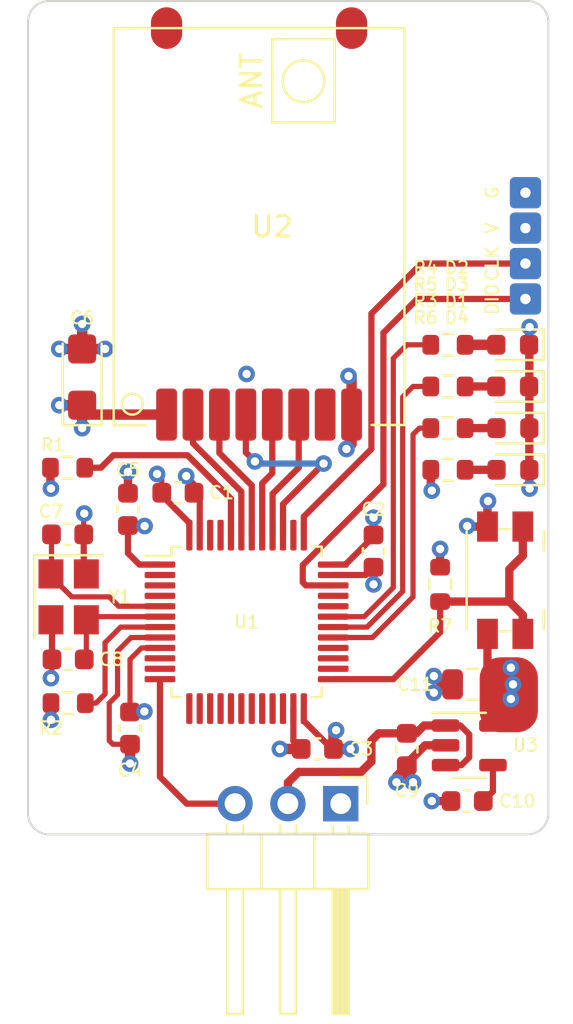
<source format=kicad_pcb>
(kicad_pcb (version 20211014) (generator pcbnew)
  (layers (0 "F.Cu" signal) (1 "In1.Cu" power "GND") (2 "In2.Cu" power "3.3V") (31 "B.Cu" signal) (34 "B.Paste" user) (35 "F.Paste" user) (36 "B.SilkS" user "B.Silkscreen") (37 "F.SilkS" user "F.Silkscreen") (38 "B.Mask" user) (39 "F.Mask" user) (44 "Edge.Cuts" user))
  (net 0 "")
  (net 1 "+3V3")
  (net 2 "GND")
  (net 3 "VCC")
  (net 4 "Net-(R3-Pad2)")
  (net 5 "Net-(D2-Pad2)")
  (net 6 "Net-(R5-Pad2)")
  (net 7 "Net-(R6-Pad2)")
  (net 8 "/UART1_TX")
  (net 9 "/SWCLK")
  (net 10 "/SWDIO")
  (net 11 "/LD_PPM")
  (net 12 "/LD_SBUS")
  (net 13 "/LD_IBUS")
  (net 14 "/BTN")
  (net 20 "/SPI1_CE")
  (net 21 "/SPI1_CSN")
  (net 22 "/SPI1_SCK")
  (net 23 "/SPI1_MISO")
  (net 24 "/SPI1_MOSI")
  (net 33 "/UART1_RX")
  (net 40 "/HSE_IN")
  (net 41 "/HSE_OUT")
  (net 42 "/BP")
  (net 43 "/BOOT")
  (net 44 "/NRST")
  (footprint "myCustomLibs:ConPadx04-1.5mm" (layer "F.Cu") (at 136.4 85.25 -90)
    (fp_text reference "J2" hide)
    (fp_text value "ST-Link")
    (pad "1" thru_hole roundrect (at -2.55 0 270) (size 1.5 1.5) (drill 0.5) (layers *.Cu *.Mask) (roundrect_rratio 0.15) (net 2 "GND"))
    (pad "2" thru_hole roundrect (at -0.85 0 270) (size 1.5 1.5) (drill 0.5) (layers *.Cu *.Mask) (roundrect_rratio 0.15) (net 1 "+3V3"))
    (pad "3" thru_hole roundrect (at 0.85 0 270) (size 1.5 1.5) (drill 0.5) (layers *.Cu *.Mask) (roundrect_rratio 0.15) (net 9 "/SWCLK"))
    (pad "4" thru_hole roundrect (at 2.55 0 270) (size 1.5 1.5) (drill 0.5) (layers *.Cu *.Mask) (roundrect_rratio 0.15) (net 10 "/SWDIO"))
  )
  (footprint "Capacitor_SMD:C_0603_1608Metric" (layer "F.Cu") (at 126.4 109.4 180)
    (fp_text reference "C3" (at -2.1 0) (layer "F.SilkS") (effects (font (size 0.6 0.6) (thickness 0.1))))
    (fp_text value "100nF")
    (fp_line (start -0.14058 -0.51) (end 0.14058 -0.51) (layer "F.SilkS") (width 0.12))
    (fp_line (start -0.14058 0.51) (end 0.14058 0.51) (layer "F.SilkS") (width 0.12))
    (pad "1" smd roundrect locked (at -0.775 0 180) (size 0.9 0.95) (layers "F.Cu" "F.Paste" "F.Mask") (net 1 "+3V3"))
    (pad "2" smd roundrect locked (at 0.775 0 180) (size 0.9 0.95) (layers "F.Cu" "F.Paste" "F.Mask") (net 2 "GND"))
  )
  (footprint "Capacitor_SMD:C_0603_1608Metric" (layer "F.Cu") (at 129.1 99.9 -90)
    (fp_text reference "C2" (at -2 0 180) (layer "F.SilkS") (effects (font (size 0.6 0.6) (thickness 0.1))))
    (fp_text value "100nF")
    (fp_line (start -0.14058 -0.51) (end 0.14058 -0.51) (layer "F.SilkS") (width 0.12))
    (fp_line (start -0.14058 0.51) (end 0.14058 0.51) (layer "F.SilkS") (width 0.12))
    (pad "1" smd roundrect locked (at -0.775 0 270) (size 0.9 0.95) (layers "F.Cu" "F.Paste" "F.Mask") (net 1 "+3V3"))
    (pad "2" smd roundrect locked (at 0.775 0 270) (size 0.9 0.95) (layers "F.Cu" "F.Paste" "F.Mask") (net 2 "GND"))
  )
  (footprint "Resistor_SMD:R_0603_1608Metric" (layer "F.Cu") (at 132.3 101.5 -90)
    (fp_text reference "R7" (at 2 0 180) (layer "F.SilkS") (effects (font (size 0.6 0.6) (thickness 0.1))))
    (fp_text value "10k")
    (fp_line (start -0.237258 -0.5225) (end 0.237258 -0.5225) (layer "F.SilkS") (width 0.12))
    (fp_line (start -0.237258 0.5225) (end 0.237258 0.5225) (layer "F.SilkS") (width 0.12))
    (pad "1" smd roundrect locked (at -0.825 0 270) (size 0.8 0.95) (layers "F.Cu" "F.Paste" "F.Mask") (net 2 "GND"))
    (pad "2" smd roundrect locked (at 0.825 0 270) (size 0.8 0.95) (layers "F.Cu" "F.Paste" "F.Mask") (net 14 "/BTN"))
  )
  (footprint "myCustomLibs:AS01-SPI" (layer "F.Cu") (at 124.235 84.325 90)
    (fp_text reference "U2" (at 0 0 unlocked) (layer "F.SilkS"))
    (fp_text value "AS01-SPI")
    (fp_text user "ANT" (at 7 -1 90 unlocked) (layer "F.SilkS"))
    (fp_line (start -9.525 6.35) (end -9.525 4.77) (layer "F.SilkS") (width 0.12))
    (fp_line (start -9.525 -6.04) (end -9.525 -7.62) (layer "F.SilkS") (width 0.12))
    (fp_line (start 9.525 6.35) (end -9.525 6.35) (layer "F.SilkS") (width 0.12))
    (fp_line (start -9.525 -7.62) (end 9.525 -7.62) (layer "F.SilkS") (width 0.12))
    (fp_line (start 9.525 -7.62) (end 9.525 6.35) (layer "F.SilkS") (width 0.12))
    (fp_rect (start 5 0) (end 9 3) (layer "F.SilkS") (width 0.12) (fill none))
    (fp_circle (center -8.525 -6.73) (end -8.525 -7.23) (layer "F.SilkS") (width 0.12) (fill none))
    (fp_circle (center 6.975 1.5) (end 6.975 2.5) (layer "F.SilkS") (width 0.12) (fill none))
    (pad "" smd oval (at 9.525 3.81 90) (size 2 1.5) (layers "F.Cu" "F.Paste" "F.Mask"))
    (pad "" smd oval (at 9.525 -5.08 90) (size 2 1.5) (layers "F.Cu" "F.Paste" "F.Mask"))
    (pad "1" smd roundrect (at -9.025 -5.08 90) (size 2.5 1) (layers "F.Cu" "F.Paste" "F.Mask") (roundrect_rratio 0.2) (net 1 "+3V3"))
    (pad "2" smd roundrect (at -9.025 -3.81 90) (size 2.5 1) (layers "F.Cu" "F.Paste" "F.Mask") (roundrect_rratio 0.2) (net 20 "/SPI1_CE"))
    (pad "3" smd roundrect (at -9.025 -2.54 90) (size 2.5 1) (layers "F.Cu" "F.Paste" "F.Mask") (roundrect_rratio 0.2) (net 21 "/SPI1_CSN"))
    (pad "4" smd roundrect (at -9.025 -1.27 90) (size 2.5 1) (layers "F.Cu" "F.Paste" "F.Mask") (roundrect_rratio 0.2) (net 22 "/SPI1_SCK"))
    (pad "5" smd roundrect (at -9.025 0 90) (size 2.5 1) (layers "F.Cu" "F.Paste" "F.Mask") (roundrect_rratio 0.2) (net 24 "/SPI1_MOSI"))
    (pad "6" smd roundrect (at -9.025 1.27 90) (size 2.5 1) (layers "F.Cu" "F.Paste" "F.Mask") (roundrect_rratio 0.2) (net 23 "/SPI1_MISO"))
    (pad "7" smd roundrect (at -9.025 2.54 90) (size 2.5 1) (layers "F.Cu" "F.Paste" "F.Mask") (roundrect_rratio 0.2))
    (pad "8" smd roundrect (at -9.025 3.81 90) (size 2.5 1) (layers "F.Cu" "F.Paste" "F.Mask") (roundrect_rratio 0.2) (net 2 "GND"))
  )
  (footprint "Crystal:Crystal_SMD_3225-4Pin_3.2x2.5mm" (layer "F.Cu") (at 114.45 102.1 -90)
    (fp_text reference "Y1" (at 0 -2.45 180) (layer "F.SilkS") (effects (font (size 0.6 0.6) (thickness 0.1))))
    (fp_text value "8MHz")
    (fp_line (start -2 1.65) (end 2 1.65) (layer "F.SilkS") (width 0.12))
    (fp_line (start -2 -1.65) (end -2 1.65) (layer "F.SilkS") (width 0.12))
    (pad "1" smd rect locked (at -1.1 0.85 270) (size 1.4 1.2) (layers "F.Cu" "F.Paste" "F.Mask") (net 40 "/HSE_IN"))
    (pad "2" smd rect locked (at 1.1 0.85 270) (size 1.4 1.2) (layers "F.Cu" "F.Paste" "F.Mask") (net 2 "GND"))
    (pad "3" smd rect locked (at 1.1 -0.85 270) (size 1.4 1.2) (layers "F.Cu" "F.Paste" "F.Mask") (net 41 "/HSE_OUT"))
    (pad "4" smd rect locked (at -1.1 -0.85 270) (size 1.4 1.2) (layers "F.Cu" "F.Paste" "F.Mask") (net 2 "GND"))
  )
  (footprint "Package_TO_SOT_SMD:SOT-23-5" (layer "F.Cu") (at 133.7 109.225)
    (fp_text reference "U3" (at 2.7 0 180) (layer "F.SilkS") (effects (font (size 0.6 0.6) (thickness 0.1))))
    (fp_text value "LP2985-3.3")
    (fp_line (start 0 1.56) (end -0.8 1.56) (layer "F.SilkS") (width 0.12))
    (fp_line (start 0 1.56) (end 0.8 1.56) (layer "F.SilkS") (width 0.12))
    (fp_line (start 0 -1.56) (end -1.8 -1.56) (layer "F.SilkS") (width 0.12))
    (fp_line (start 0 -1.56) (end 0.8 -1.56) (layer "F.SilkS") (width 0.12))
    (pad "1" smd roundrect locked (at -1.1375 -0.95) (size 1.325 0.6) (layers "F.Cu" "F.Paste" "F.Mask") (net 3 "VCC"))
    (pad "2" smd roundrect locked (at -1.1375 0) (size 1.325 0.6) (layers "F.Cu" "F.Paste" "F.Mask") (net 2 "GND"))
    (pad "3" smd roundrect locked (at -1.1375 0.95) (size 1.325 0.6) (layers "F.Cu" "F.Paste" "F.Mask") (net 3 "VCC"))
    (pad "4" smd roundrect locked (at 1.1375 0.95) (size 1.325 0.6) (layers "F.Cu" "F.Paste" "F.Mask") (net 42 "/BP"))
    (pad "5" smd roundrect locked (at 1.1375 -0.95) (size 1.325 0.6) (layers "F.Cu" "F.Paste" "F.Mask") (net 1 "+3V3"))
  )
  (footprint "Package_QFP:LQFP-48_7x7mm_P0.5mm" (layer "F.Cu") (at 123 103.3)
    (fp_text reference "U1" (at 0 0) (layer "F.SilkS") (effects (font (size 0.6 0.6) (thickness 0.1))))
    (fp_text value "STM32F103C8Tx")
    (fp_line (start -3.61 -3.16) (end -4.9 -3.16) (layer "F.SilkS") (width 0.12))
    (fp_line (start 3.16 3.61) (end 3.61 3.61) (layer "F.SilkS") (width 0.12))
    (fp_line (start -3.61 -3.61) (end -3.61 -3.16) (layer "F.SilkS") (width 0.12))
    (fp_line (start 3.16 -3.61) (end 3.61 -3.61) (layer "F.SilkS") (width 0.12))
    (fp_line (start -3.61 3.61) (end -3.61 3.16) (layer "F.SilkS") (width 0.12))
    (fp_line (start -3.16 -3.61) (end -3.61 -3.61) (layer "F.SilkS") (width 0.12))
    (fp_line (start 3.61 3.61) (end 3.61 3.16) (layer "F.SilkS") (width 0.12))
    (fp_line (start 3.61 -3.61) (end 3.61 -3.16) (layer "F.SilkS") (width 0.12))
    (fp_line (start -3.16 3.61) (end -3.61 3.61) (layer "F.SilkS") (width 0.12))
    (pad "1" smd roundrect locked (at -4.1625 -2.75) (size 1.475 0.3) (layers "F.Cu" "F.Paste" "F.Mask") (net 1 "+3V3"))
    (pad "2" smd roundrect locked (at -4.1625 -2.25) (size 1.475 0.3) (layers "F.Cu" "F.Paste" "F.Mask"))
    (pad "3" smd roundrect locked (at -4.1625 -1.75) (size 1.475 0.3) (layers "F.Cu" "F.Paste" "F.Mask"))
    (pad "4" smd roundrect locked (at -4.1625 -1.25) (size 1.475 0.3) (layers "F.Cu" "F.Paste" "F.Mask"))
    (pad "5" smd roundrect locked (at -4.1625 -0.75) (size 1.475 0.3) (layers "F.Cu" "F.Paste" "F.Mask") (net 40 "/HSE_IN"))
    (pad "6" smd roundrect locked (at -4.1625 -0.25) (size 1.475 0.3) (layers "F.Cu" "F.Paste" "F.Mask") (net 41 "/HSE_OUT"))
    (pad "7" smd roundrect locked (at -4.1625 0.25) (size 1.475 0.3) (layers "F.Cu" "F.Paste" "F.Mask") (net 44 "/NRST"))
    (pad "8" smd roundrect locked (at -4.1625 0.75) (size 1.475 0.3) (layers "F.Cu" "F.Paste" "F.Mask") (net 2 "GND"))
    (pad "9" smd roundrect locked (at -4.1625 1.25) (size 1.475 0.3) (layers "F.Cu" "F.Paste" "F.Mask") (net 1 "+3V3"))
    (pad "10" smd roundrect locked (at -4.1625 1.75) (size 1.475 0.3) (layers "F.Cu" "F.Paste" "F.Mask"))
    (pad "11" smd roundrect locked (at -4.1625 2.25) (size 1.475 0.3) (layers "F.Cu" "F.Paste" "F.Mask"))
    (pad "12" smd roundrect locked (at -4.1625 2.75) (size 1.475 0.3) (layers "F.Cu" "F.Paste" "F.Mask") (net 8 "/UART1_TX"))
    (pad "13" smd roundrect locked (at -2.75 4.1625) (size 0.3 1.475) (layers "F.Cu" "F.Paste" "F.Mask") (net 33 "/UART1_RX"))
    (pad "14" smd roundrect locked (at -2.25 4.1625) (size 0.3 1.475) (layers "F.Cu" "F.Paste" "F.Mask"))
    (pad "15" smd roundrect locked (at -1.75 4.1625) (size 0.3 1.475) (layers "F.Cu" "F.Paste" "F.Mask"))
    (pad "16" smd roundrect locked (at -1.25 4.1625) (size 0.3 1.475) (layers "F.Cu" "F.Paste" "F.Mask"))
    (pad "17" smd roundrect locked (at -0.75 4.1625) (size 0.3 1.475) (layers "F.Cu" "F.Paste" "F.Mask"))
    (pad "18" smd roundrect locked (at -0.25 4.1625) (size 0.3 1.475) (layers "F.Cu" "F.Paste" "F.Mask"))
    (pad "19" smd roundrect locked (at 0.25 4.1625) (size 0.3 1.475) (layers "F.Cu" "F.Paste" "F.Mask"))
    (pad "20" smd roundrect locked (at 0.75 4.1625) (size 0.3 1.475) (layers "F.Cu" "F.Paste" "F.Mask"))
    (pad "21" smd roundrect locked (at 1.25 4.1625) (size 0.3 1.475) (layers "F.Cu" "F.Paste" "F.Mask"))
    (pad "22" smd roundrect locked (at 1.75 4.1625) (size 0.3 1.475) (layers "F.Cu" "F.Paste" "F.Mask"))
    (pad "23" smd roundrect locked (at 2.25 4.1625) (size 0.3 1.475) (layers "F.Cu" "F.Paste" "F.Mask") (net 2 "GND"))
    (pad "24" smd roundrect locked (at 2.75 4.1625) (size 0.3 1.475) (layers "F.Cu" "F.Paste" "F.Mask") (net 1 "+3V3"))
    (pad "25" smd roundrect locked (at 4.1625 2.75) (size 1.475 0.3) (layers "F.Cu" "F.Paste" "F.Mask") (net 14 "/BTN"))
    (pad "26" smd roundrect locked (at 4.1625 2.25) (size 1.475 0.3) (layers "F.Cu" "F.Paste" "F.Mask"))
    (pad "27" smd roundrect locked (at 4.1625 1.75) (size 1.475 0.3) (layers "F.Cu" "F.Paste" "F.Mask"))
    (pad "28" smd roundrect locked (at 4.1625 1.25) (size 1.475 0.3) (layers "F.Cu" "F.Paste" "F.Mask"))
    (pad "29" smd roundrect locked (at 4.1625 0.75) (size 1.475 0.3) (layers "F.Cu" "F.Paste" "F.Mask") (net 11 "/LD_PPM"))
    (pad "30" smd roundrect locked (at 4.1625 0.25) (size 1.475 0.3) (layers "F.Cu" "F.Paste" "F.Mask") (net 13 "/LD_IBUS"))
    (pad "31" smd roundrect locked (at 4.1625 -0.25) (size 1.475 0.3) (layers "F.Cu" "F.Paste" "F.Mask") (net 12 "/LD_SBUS"))
    (pad "32" smd roundrect locked (at 4.1625 -0.75) (size 1.475 0.3) (layers "F.Cu" "F.Paste" "F.Mask"))
    (pad "33" smd roundrect locked (at 4.1625 -1.25) (size 1.475 0.3) (layers "F.Cu" "F.Paste" "F.Mask"))
    (pad "34" smd roundrect locked (at 4.1625 -1.75) (size 1.475 0.3) (layers "F.Cu" "F.Paste" "F.Mask") (net 10 "/SWDIO"))
    (pad "35" smd roundrect locked (at 4.1625 -2.25) (size 1.475 0.3) (layers "F.Cu" "F.Paste" "F.Mask") (net 2 "GND"))
    (pad "36" smd roundrect locked (at 4.1625 -2.75) (size 1.475 0.3) (layers "F.Cu" "F.Paste" "F.Mask") (net 1 "+3V3"))
    (pad "37" smd roundrect locked (at 2.75 -4.1625) (size 0.3 1.475) (layers "F.Cu" "F.Paste" "F.Mask") (net 9 "/SWCLK"))
    (pad "38" smd roundrect locked (at 2.25 -4.1625) (size 0.3 1.475) (layers "F.Cu" "F.Paste" "F.Mask"))
    (pad "39" smd roundrect locked (at 1.75 -4.1625) (size 0.3 1.475) (layers "F.Cu" "F.Paste" "F.Mask") (net 22 "/SPI1_SCK"))
    (pad "40" smd roundrect locked (at 1.25 -4.1625) (size 0.3 1.475) (layers "F.Cu" "F.Paste" "F.Mask") (net 23 "/SPI1_MISO"))
    (pad "41" smd roundrect locked (at 0.75 -4.1625) (size 0.3 1.475) (layers "F.Cu" "F.Paste" "F.Mask") (net 24 "/SPI1_MOSI"))
    (pad "42" smd roundrect locked (at 0.25 -4.1625) (size 0.3 1.475) (layers "F.Cu" "F.Paste" "F.Mask") (net 21 "/SPI1_CSN"))
    (pad "43" smd roundrect locked (at -0.25 -4.1625) (size 0.3 1.475) (layers "F.Cu" "F.Paste" "F.Mask") (net 20 "/SPI1_CE"))
    (pad "44" smd roundrect locked (at -0.75 -4.1625) (size 0.3 1.475) (layers "F.Cu" "F.Paste" "F.Mask") (net 43 "/BOOT"))
    (pad "45" smd roundrect locked (at -1.25 -4.1625) (size 0.3 1.475) (layers "F.Cu" "F.Paste" "F.Mask"))
    (pad "46" smd roundrect locked (at -1.75 -4.1625) (size 0.3 1.475) (layers "F.Cu" "F.Paste" "F.Mask"))
    (pad "47" smd roundrect locked (at -2.25 -4.1625) (size 0.3 1.475) (layers "F.Cu" "F.Paste" "F.Mask") (net 2 "GND"))
    (pad "48" smd roundrect locked (at -2.75 -4.1625) (size 0.3 1.475) (layers "F.Cu" "F.Paste" "F.Mask") (net 1 "+3V3"))
  )
  (footprint "Capacitor_SMD:C_0603_1608Metric" (layer "F.Cu") (at 133.6 111.9 180)
    (fp_text reference "C10" (at -2.4 0) (layer "F.SilkS") (effects (font (size 0.6 0.6) (thickness 0.1))))
    (fp_text value "10nF")
    (fp_line (start -0.14058 -0.51) (end 0.14058 -0.51) (layer "F.SilkS") (width 0.12))
    (fp_line (start -0.14058 0.51) (end 0.14058 0.51) (layer "F.SilkS") (width 0.12))
    (pad "1" smd roundrect locked (at -0.775 0 180) (size 0.9 0.95) (layers "F.Cu" "F.Paste" "F.Mask") (net 42 "/BP"))
    (pad "2" smd roundrect locked (at 0.775 0 180) (size 0.9 0.95) (layers "F.Cu" "F.Paste" "F.Mask") (net 2 "GND"))
  )
  (footprint "Resistor_SMD:R_0603_1608Metric" (layer "F.Cu") (at 114.4 95.9)
    (fp_text reference "R1" (at -0.7 -1.1) (layer "F.SilkS") (effects (font (size 0.6 0.6) (thickness 0.1))))
    (fp_text value "10k")
    (fp_line (start -0.237258 -0.5225) (end 0.237258 -0.5225) (layer "F.SilkS") (width 0.12))
    (fp_line (start -0.237258 0.5225) (end 0.237258 0.5225) (layer "F.SilkS") (width 0.12))
    (pad "1" smd roundrect locked (at -0.825 0) (size 0.8 0.95) (layers "F.Cu" "F.Paste" "F.Mask") (net 2 "GND"))
    (pad "2" smd roundrect locked (at 0.825 0) (size 0.8 0.95) (layers "F.Cu" "F.Paste" "F.Mask") (net 43 "/BOOT"))
  )
  (footprint "Capacitor_Tantalum_SMD:CP_EIA-3216-10_Kemet-I" (layer "F.Cu") (at 115.1 91.55 90)
    (fp_text reference "C6" (at 2.85 0 180) (layer "F.SilkS") (effects (font (size 0.6 0.6) (thickness 0.1))))
    (fp_text value "22uF")
    (fp_line (start -2.31 -0.935) (end -2.31 0.935) (layer "F.SilkS") (width 0.12))
    (fp_line (start -2.31 0.935) (end 1.6 0.935) (layer "F.SilkS") (width 0.12))
    (fp_line (start 1.6 -0.935) (end -2.31 -0.935) (layer "F.SilkS") (width 0.12))
    (pad "1" smd roundrect locked (at -1.35 0 90) (size 1.4 1.35) (layers "F.Cu" "F.Paste" "F.Mask") (roundrect_rratio 0.185185) (net 1 "+3V3"))
    (pad "2" smd roundrect locked (at 1.35 0 90) (size 1.4 1.35) (layers "F.Cu" "F.Paste" "F.Mask") (roundrect_rratio 0.185185) (net 2 "GND"))
  )
  (footprint "Resistor_SMD:R_0603_1608Metric" (layer "F.Cu") (at 132.675 96)
    (fp_text reference "R6" (at -1.075 -7.3) (layer "F.SilkS") (effects (font (size 0.6 0.6) (thickness 0.1))))
    (fp_text value "R_Small")
    (fp_line (start -0.237258 -0.5225) (end 0.237258 -0.5225) (layer "F.SilkS") (width 0.12))
    (fp_line (start -0.237258 0.5225) (end 0.237258 0.5225) (layer "F.SilkS") (width 0.12))
    (pad "1" smd roundrect locked (at -0.825 0) (size 0.8 0.95) (layers "F.Cu" "F.Paste" "F.Mask") (net 1 "+3V3"))
    (pad "2" smd roundrect locked (at 0.825 0) (size 0.8 0.95) (layers "F.Cu" "F.Paste" "F.Mask") (net 7 "Net-(R6-Pad2)"))
  )
  (footprint "LED_SMD:LED_0603_1608Metric" (layer "F.Cu") (at 135.7875 90 180)
    (fp_text reference "D2" (at 2.6875 3.7) (layer "F.SilkS") (effects (font (size 0.6 0.6) (thickness 0.1))))
    (fp_text value "LEDR")
    (fp_line (start -1.485 -0.735) (end -1.485 0.735) (layer "F.SilkS") (width 0.12))
    (fp_line (start 0.8 -0.735) (end -1.485 -0.735) (layer "F.SilkS") (width 0.12))
    (fp_line (start -1.485 0.735) (end 0.8 0.735) (layer "F.SilkS") (width 0.12))
    (pad "1" smd roundrect locked (at -0.7875 0 180) (size 0.875 0.95) (layers "F.Cu" "F.Paste" "F.Mask") (net 2 "GND"))
    (pad "2" smd roundrect locked (at 0.7875 0 180) (size 0.875 0.95) (layers "F.Cu" "F.Paste" "F.Mask") (net 5 "Net-(D2-Pad2)"))
  )
  (footprint "Resistor_SMD:R_0603_1608Metric" (layer "F.Cu") (at 132.675 92)
    (fp_text reference "R5" (at -1.075 -4.9) (layer "F.SilkS") (effects (font (size 0.6 0.6) (thickness 0.1))))
    (fp_text value "R_Small")
    (fp_line (start -0.237258 0.5225) (end 0.237258 0.5225) (layer "F.SilkS") (width 0.12))
    (fp_line (start -0.237258 -0.5225) (end 0.237258 -0.5225) (layer "F.SilkS") (width 0.12))
    (pad "1" smd roundrect locked (at -0.825 0) (size 0.8 0.95) (layers "F.Cu" "F.Paste" "F.Mask") (net 13 "/LD_IBUS"))
    (pad "2" smd roundrect locked (at 0.825 0) (size 0.8 0.95) (layers "F.Cu" "F.Paste" "F.Mask") (net 6 "Net-(R5-Pad2)"))
  )
  (footprint "Resistor_SMD:R_0603_1608Metric" (layer "F.Cu") (at 114.425 107.2)
    (fp_text reference "R2" (at -0.825 1.2) (layer "F.SilkS") (effects (font (size 0.6 0.6) (thickness 0.1))))
    (fp_text value "10k")
    (fp_line (start -0.237258 0.5225) (end 0.237258 0.5225) (layer "F.SilkS") (width 0.12))
    (fp_line (start -0.237258 -0.5225) (end 0.237258 -0.5225) (layer "F.SilkS") (width 0.12))
    (pad "1" smd roundrect locked (at -0.825 0) (size 0.8 0.95) (layers "F.Cu" "F.Paste" "F.Mask") (net 1 "+3V3"))
    (pad "2" smd roundrect locked (at 0.825 0) (size 0.8 0.95) (layers "F.Cu" "F.Paste" "F.Mask") (net 44 "/NRST"))
  )
  (footprint "LED_SMD:LED_0603_1608Metric" (layer "F.Cu") (at 135.7875 92 180)
    (fp_text reference "D3" (at 2.6875 4.9) (layer "F.SilkS") (effects (font (size 0.6 0.6) (thickness 0.1))))
    (fp_text value "LEDR")
    (fp_line (start -1.485 -0.735) (end -1.485 0.735) (layer "F.SilkS") (width 0.12))
    (fp_line (start -1.485 0.735) (end 0.8 0.735) (layer "F.SilkS") (width 0.12))
    (fp_line (start 0.8 -0.735) (end -1.485 -0.735) (layer "F.SilkS") (width 0.12))
    (pad "1" smd roundrect locked (at -0.7875 0 180) (size 0.875 0.95) (layers "F.Cu" "F.Paste" "F.Mask") (net 2 "GND"))
    (pad "2" smd roundrect locked (at 0.7875 0 180) (size 0.875 0.95) (layers "F.Cu" "F.Paste" "F.Mask") (net 6 "Net-(R5-Pad2)"))
  )
  (footprint "Connector_PinHeader_2.54mm:PinHeader_1x03_P2.54mm_Horizontal" (layer "F.Cu") (at 127.525 112.025 -90)
    (fp_text reference "J1" hide)
    (fp_text value "OUT")
    (fp_line (start -1.27 -1.27) (end 0 -1.27) (layer "F.SilkS") (width 0.12))
    (fp_line (start 4.1 0.28) (end 10.1 0.28) (layer "F.SilkS") (width 0.12))
    (fp_line (start 1.042929 2.16) (end 1.44 2.16) (layer "F.SilkS") (width 0.12))
    (fp_line (start 10.1 2.16) (end 10.1 2.92) (layer "F.SilkS") (width 0.12))
    (fp_line (start 1.042929 5.46) (end 1.44 5.46) (layer "F.SilkS") (width 0.12))
    (fp_line (start 1.11 0.38) (end 1.44 0.38) (layer "F.SilkS") (width 0.12))
    (fp_line (start 4.1 0.16) (end 10.1 0.16) (layer "F.SilkS") (width 0.12))
    (fp_line (start 4.1 6.41) (end 4.1 -1.33) (layer "F.SilkS") (width 0.12))
    (fp_line (start 1.042929 2.92) (end 1.44 2.92) (layer "F.SilkS") (width 0.12))
    (fp_line (start 1.44 1.27) (end 4.1 1.27) (layer "F.SilkS") (width 0.12))
    (fp_line (start 10.1 2.92) (end 4.1 2.92) (layer "F.SilkS") (width 0.12))
    (fp_line (start 1.11 -0.38) (end 1.44 -0.38) (layer "F.SilkS") (width 0.12))
    (fp_line (start 4.1 -1.33) (end 1.44 -1.33) (layer "F.SilkS") (width 0.12))
    (fp_line (start 4.1 -0.2) (end 10.1 -0.2) (layer "F.SilkS") (width 0.12))
    (fp_line (start 1.44 -1.33) (end 1.44 6.41) (layer "F.SilkS") (width 0.12))
    (fp_line (start 10.1 -0.38) (end 10.1 0.38) (layer "F.SilkS") (width 0.12))
    (fp_line (start 4.1 4.7) (end 10.1 4.7) (layer "F.SilkS") (width 0.12))
    (fp_line (start 4.1 2.16) (end 10.1 2.16) (layer "F.SilkS") (width 0.12))
    (fp_line (start 1.44 3.81) (end 4.1 3.81) (layer "F.SilkS") (width 0.12))
    (fp_line (start 10.1 5.46) (end 4.1 5.46) (layer "F.SilkS") (width 0.12))
    (fp_line (start 10.1 4.7) (end 10.1 5.46) (layer "F.SilkS") (width 0.12))
    (fp_line (start 4.1 -0.08) (end 10.1 -0.08) (layer "F.SilkS") (width 0.12))
    (fp_line (start -1.27 0) (end -1.27 -1.27) (layer "F.SilkS") (width 0.12))
    (fp_line (start 4.1 -0.32) (end 10.1 -0.32) (layer "F.SilkS") (width 0.12))
    (fp_line (start 1.44 6.41) (end 4.1 6.41) (layer "F.SilkS") (width 0.12))
    (fp_line (start 4.1 0.04) (end 10.1 0.04) (layer "F.SilkS") (width 0.12))
    (fp_line (start 4.1 -0.38) (end 10.1 -0.38) (layer "F.SilkS") (width 0.12))
    (fp_line (start 10.1 0.38) (end 4.1 0.38) (layer "F.SilkS") (width 0.12))
    (fp_line (start 1.042929 4.7) (end 1.44 4.7) (layer "F.SilkS") (width 0.12))
    (pad "1" thru_hole rect locked (at 0 0 270) (size 1.7 1.7) (drill 1) (layers *.Cu *.Mask) (net 2 "GND"))
    (pad "2" thru_hole oval locked (at 0 2.54 270) (size 1.7 1.7) (drill 1) (layers *.Cu *.Mask) (net 3 "VCC"))
    (pad "3" thru_hole oval locked (at 0 5.08 270) (size 1.7 1.7) (drill 1) (layers *.Cu *.Mask) (net 8 "/UART1_TX"))
  )
  (footprint "Capacitor_SMD:C_0603_1608Metric" (layer "F.Cu") (at 114.425 105.1 180)
    (fp_text reference "C8" (at -2.075 0) (layer "F.SilkS") (effects (font (size 0.6 0.6) (thickness 0.1))))
    (fp_text value "20pF")
    (fp_line (start -0.14058 0.51) (end 0.14058 0.51) (layer "F.SilkS") (width 0.12))
    (fp_line (start -0.14058 -0.51) (end 0.14058 -0.51) (layer "F.SilkS") (width 0.12))
    (pad "1" smd roundrect locked (at -0.775 0 180) (size 0.9 0.95) (layers "F.Cu" "F.Paste" "F.Mask") (net 41 "/HSE_OUT"))
    (pad "2" smd roundrect locked (at 0.775 0 180) (size 0.9 0.95) (layers "F.Cu" "F.Paste" "F.Mask") (net 2 "GND"))
  )
  (footprint "Capacitor_SMD:C_0603_1608Metric" (layer "F.Cu") (at 114.4 99.1)
    (fp_text reference "C7" (at -0.8 -1.1) (layer "F.SilkS") (effects (font (size 0.6 0.6) (thickness 0.1))))
    (fp_text value "20pF")
    (fp_line (start -0.14058 -0.51) (end 0.14058 -0.51) (layer "F.SilkS") (width 0.12))
    (fp_line (start -0.14058 0.51) (end 0.14058 0.51) (layer "F.SilkS") (width 0.12))
    (pad "1" smd roundrect locked (at -0.775 0) (size 0.9 0.95) (layers "F.Cu" "F.Paste" "F.Mask") (net 40 "/HSE_IN"))
    (pad "2" smd roundrect locked (at 0.775 0) (size 0.9 0.95) (layers "F.Cu" "F.Paste" "F.Mask") (net 2 "GND"))
  )
  (footprint "Capacitor_SMD:C_0603_1608Metric" (layer "F.Cu") (at 119.7 97.1)
    (fp_text reference "C1" (at 2.1 0) (layer "F.SilkS") (effects (font (size 0.6 0.6) (thickness 0.1))))
    (fp_text value "100nF")
    (fp_line (start -0.14058 0.51) (end 0.14058 0.51) (layer "F.SilkS") (width 0.12))
    (fp_line (start -0.14058 -0.51) (end 0.14058 -0.51) (layer "F.SilkS") (width 0.12))
    (pad "1" smd roundrect locked (at -0.775 0) (size 0.9 0.95) (layers "F.Cu" "F.Paste" "F.Mask") (net 1 "+3V3"))
    (pad "2" smd roundrect locked (at 0.775 0) (size 0.9 0.95) (layers "F.Cu" "F.Paste" "F.Mask") (net 2 "GND"))
  )
  (footprint "Capacitor_SMD:C_0603_1608Metric" (layer "F.Cu") (at 130.7 109.425 -90)
    (fp_text reference "C9" (at 1.975 0 180) (layer "F.SilkS") (effects (font (size 0.6 0.6) (thickness 0.1))))
    (fp_text value "1uF")
    (fp_line (start -0.14058 0.51) (end 0.14058 0.51) (layer "F.SilkS") (width 0.12))
    (fp_line (start -0.14058 -0.51) (end 0.14058 -0.51) (layer "F.SilkS") (width 0.12))
    (pad "1" smd roundrect locked (at -0.775 0 270) (size 0.9 0.95) (layers "F.Cu" "F.Paste" "F.Mask") (net 3 "VCC"))
    (pad "2" smd roundrect locked (at 0.775 0 270) (size 0.9 0.95) (layers "F.Cu" "F.Paste" "F.Mask") (net 2 "GND"))
  )
  (footprint "Capacitor_SMD:C_0603_1608Metric" (layer "F.Cu") (at 117.3 97.9 90)
    (fp_text reference "C5" (at 1.9 0 180) (layer "F.SilkS") (effects (font (size 0.6 0.6) (thickness 0.1))))
    (fp_text value "100nF")
    (fp_line (start -0.14058 0.51) (end 0.14058 0.51) (layer "F.SilkS") (width 0.12))
    (fp_line (start -0.14058 -0.51) (end 0.14058 -0.51) (layer "F.SilkS") (width 0.12))
    (pad "1" smd roundrect locked (at -0.775 0 90) (size 0.9 0.95) (layers "F.Cu" "F.Paste" "F.Mask") (net 1 "+3V3"))
    (pad "2" smd roundrect locked (at 0.775 0 90) (size 0.9 0.95) (layers "F.Cu" "F.Paste" "F.Mask") (net 2 "GND"))
  )
  (footprint "Capacitor_SMD:C_0603_1608Metric" (layer "F.Cu") (at 117.4 108.4 -90)
    (fp_text reference "C4" (at 2.025 0) (layer "F.SilkS") (effects (font (size 0.6 0.6) (thickness 0.1))))
    (fp_text value "100nF")
    (fp_line (start -0.14058 0.51) (end 0.14058 0.51) (layer "F.SilkS") (width 0.12))
    (fp_line (start -0.14058 -0.51) (end 0.14058 -0.51) (layer "F.SilkS") (width 0.12))
    (pad "1" smd roundrect locked (at -0.775 0 270) (size 0.9 0.95) (layers "F.Cu" "F.Paste" "F.Mask") (net 1 "+3V3"))
    (pad "2" smd roundrect locked (at 0.775 0 270) (size 0.9 0.95) (layers "F.Cu" "F.Paste" "F.Mask") (net 2 "GND"))
  )
  (footprint "Resistor_SMD:R_0603_1608Metric" (layer "F.Cu") (at 132.675 90)
    (fp_text reference "R4" (at -1.075 -3.7) (layer "F.SilkS") (effects (font (size 0.6 0.6) (thickness 0.1))))
    (fp_text value "R_Small")
    (fp_line (start -0.237258 -0.5225) (end 0.237258 -0.5225) (layer "F.SilkS") (width 0.12))
    (fp_line (start -0.237258 0.5225) (end 0.237258 0.5225) (layer "F.SilkS") (width 0.12))
    (pad "1" smd roundrect locked (at -0.825 0) (size 0.8 0.95) (layers "F.Cu" "F.Paste" "F.Mask") (net 12 "/LD_SBUS"))
    (pad "2" smd roundrect locked (at 0.825 0) (size 0.8 0.95) (layers "F.Cu" "F.Paste" "F.Mask") (net 5 "Net-(D2-Pad2)"))
  )
  (footprint "Resistor_SMD:R_0603_1608Metric" (layer "F.Cu") (at 132.675 94)
    (fp_text reference "R3" (at -1.075 -6.1) (layer "F.SilkS") (effects (font (size 0.6 0.6) (thickness 0.1))))
    (fp_text value "R_Small")
    (fp_line (start -0.237258 -0.5225) (end 0.237258 -0.5225) (layer "F.SilkS") (width 0.12))
    (fp_line (start -0.237258 0.5225) (end 0.237258 0.5225) (layer "F.SilkS") (width 0.12))
    (pad "1" smd roundrect locked (at -0.825 0) (size 0.8 0.95) (layers "F.Cu" "F.Paste" "F.Mask") (net 11 "/LD_PPM"))
    (pad "2" smd roundrect locked (at 0.825 0) (size 0.8 0.95) (layers "F.Cu" "F.Paste" "F.Mask") (net 4 "Net-(R3-Pad2)"))
  )
  (footprint "Capacitor_SMD:C_0805_2012Metric" (layer "F.Cu") (at 133.85 106.3 180)
    (fp_text reference "C11" (at 2.75 0) (layer "F.SilkS") (effects (font (size 0.6 0.6) (thickness 0.1))))
    (fp_text value "10uF")
    (fp_line (start -0.261252 0.735) (end 0.261252 0.735) (layer "F.SilkS") (width 0.12))
    (fp_line (start -0.261252 -0.735) (end 0.261252 -0.735) (layer "F.SilkS") (width 0.12))
    (pad "1" smd roundrect locked (at -0.95 0 180) (size 1 1.45) (layers "F.Cu" "F.Paste" "F.Mask") (net 1 "+3V3"))
    (pad "2" smd roundrect locked (at 0.95 0 180) (size 1 1.45) (layers "F.Cu" "F.Paste" "F.Mask") (net 2 "GND"))
  )
  (footprint "LED_SMD:LED_0603_1608Metric" (layer "F.Cu") (at 135.8 94 180)
    (fp_text reference "D1" (at 2.7 6.1) (layer "F.SilkS") (effects (font (size 0.6 0.6) (thickness 0.1))))
    (fp_text value "LEDR")
    (fp_line (start -1.485 0.735) (end 0.8 0.735) (layer "F.SilkS") (width 0.12))
    (fp_line (start -1.485 -0.735) (end -1.485 0.735) (layer "F.SilkS") (width 0.12))
    (fp_line (start 0.8 -0.735) (end -1.485 -0.735) (layer "F.SilkS") (width 0.12))
    (pad "1" smd roundrect locked (at -0.7875 0 180) (size 0.875 0.95) (layers "F.Cu" "F.Paste" "F.Mask") (net 2 "GND"))
    (pad "2" smd roundrect locked (at 0.7875 0 180) (size 0.875 0.95) (layers "F.Cu" "F.Paste" "F.Mask") (net 4 "Net-(R3-Pad2)"))
  )
  (footprint "Button_Switch_SMD:Panasonic_EVQPUM_EVQPUD" (layer "F.Cu") (at 135.425 101.3 -90)
    (fp_text reference "SW1" hide)
    (fp_text value "SW_Push")
    (fp_line (start 2.45 0.275) (end 2.45 -0.275) (layer "F.SilkS") (width 0.12))
    (fp_line (start -1.425 -1.85) (end -2.35 -1.85) (layer "F.SilkS") (width 0.12))
    (fp_line (start 2.35 1.85) (end -2.35 1.85) (layer "F.SilkS") (width 0.12))
    (fp_line (start 2.35 -1.85) (end 1.425 -1.85) (layer "F.SilkS") (width 0.12))
    (fp_line (start -2.45 0.275) (end -2.45 -0.275) (layer "F.SilkS") (width 0.12))
    (pad "" np_thru_hole circle locked (at 0 1.375 90) (size 0.75 0.75) (drill 0.75) (layers *.Cu *.Mask))
    (pad "" np_thru_hole circle locked (at 0 -1.375 90) (size 0.75 0.75) (drill 0.75) (layers *.Cu *.Mask))
    (pad "1" smd rect locked (at -2.575 -0.85 90) (size 1.45 1) (layers "F.Cu" "F.Paste" "F.Mask") (net 14 "/BTN"))
    (pad "1" smd rect locked (at 2.575 -0.85 90) (size 1.45 1) (layers "F.Cu" "F.Paste" "F.Mask") (net 14 "/BTN"))
    (pad "2" smd rect locked (at -2.575 0.85 90) (size 1.45 1) (layers "F.Cu" "F.Paste" "F.Mask") (net 1 "+3V3"))
    (pad "2" smd rect locked (at 2.575 0.85 90) (size 1.45 1) (layers "F.Cu" "F.Paste" "F.Mask") (net 1 "+3V3"))
  )
  (footprint "LED_SMD:LED_0603_1608Metric" (layer "F.Cu") (at 135.8 96 180)
    (fp_text reference "D4" (at 2.7 7.3) (layer "F.SilkS") (effects (font (size 0.6 0.6) (thickness 0.1))))
    (fp_text value "LEDR")
    (fp_line (start 0.8 -0.735) (end -1.485 -0.735) (layer "F.SilkS") (width 0.12))
    (fp_line (start -1.485 0.735) (end 0.8 0.735) (layer "F.SilkS") (width 0.12))
    (fp_line (start -1.485 -0.735) (end -1.485 0.735) (layer "F.SilkS") (width 0.12))
    (pad "1" smd roundrect locked (at -0.7875 0 180) (size 0.875 0.95) (layers "F.Cu" "F.Paste" "F.Mask") (net 2 "GND"))
    (pad "2" smd roundrect locked (at 0.7875 0 180) (size 0.875 0.95) (layers "F.Cu" "F.Paste" "F.Mask") (net 7 "Net-(R6-Pad2)"))
  )
  (gr_line (start 112.5 112.5) (end 112.5 74.5) (layer "Edge.Cuts") (width 0.1))
  (gr_line (start 137.5 74.5) (end 137.5 112.5) (layer "Edge.Cuts") (width 0.1))
  (gr_arc (start 112.5 74.5) (mid 112.792893 73.792893) (end 113.5 73.5) (layer "Edge.Cuts") (width 0.1))
  (gr_line (start 136.5 113.5) (end 113.5 113.5) (layer "Edge.Cuts") (width 0.1))
  (gr_arc (start 136.5 73.5) (mid 137.207107 73.792893) (end 137.5 74.5) (layer "Edge.Cuts") (width 0.1))
  (gr_line (start 113.5 73.5) (end 136.5 73.5) (layer "Edge.Cuts") (width 0.1))
  (gr_arc (start 113.5 113.5) (mid 112.792893 113.207107) (end 112.5 112.5) (layer "Edge.Cuts") (width 0.1))
  (gr_arc (start 137.5 112.5) (mid 137.207107 113.207107) (end 136.5 113.5) (layer "Edge.Cuts") (width 0.1))
  (gr_text "DIO" (at 134.8 87.8 90) (layer "F.SilkS") (effects (font (size 0.6 0.6) (thickness 0.1))))
  (gr_text "CLK" (at 134.8 86.1 90) (layer "F.SilkS") (effects (font (size 0.6 0.6) (thickness 0.1))))
  (gr_text "V" (at 134.8 84.4 90) (layer "F.SilkS") (effects (font (size 0.6 0.6) (thickness 0.1))))
  (gr_text "G" (at 134.8 82.7 90) (layer "F.SilkS") (effects (font (size 0.6 0.6) (thickness 0.1))))
  (segment (start 117.4 107.625) (end 118.063 107.625) (width 0.5) (layer "F.Cu") (net 1))
  (segment (start 117.4 107.475) (end 117.4 105.1) (width 0.25) (layer "F.Cu") (net 1))
  (segment (start 135 106.3) (end 135.7 107) (width 0.4) (layer "F.Cu") (net 1))
  (segment (start 131.85 96) (end 131.85 96.95) (width 0.4) (layer "F.Cu") (net 1))
  (segment (start 125.75 108.05) (end 127.1 109.4) (width 0.3) (layer "F.Cu") (net 1))
  (segment (start 118.925 96.425) (end 118.7 96.2) (width 0.25) (layer "F.Cu") (net 1))
  (segment (start 134.8 106.3) (end 135 106.3) (width 0.4) (layer "F.Cu") (net 1))
  (segment (start 117.3 100) (end 117.3 98.675) (width 0.3) (layer "F.Cu") (net 1))
  (segment (start 134.8 106.3) (end 134.9 106.3) (width 0.4) (layer "F.Cu") (net 1))
  (segment (start 134.8375 106.3375) (end 134.8 106.3) (width 0.4) (layer "F.Cu") (net 1))
  (segment (start 117.4 105.1) (end 117.95 104.55) (width 0.25) (layer "F.Cu") (net 1))
  (segment (start 127.175 109.4) (end 127.175 108.625) (width 0.5) (layer "F.Cu") (net 1))
  (segment (start 125.75 107.4625) (end 125.75 108.05) (width 0.3) (layer "F.Cu") (net 1))
  (segment (start 118.8375 100.55) (end 117.85 100.55) (width 0.3) (layer "F.Cu") (net 1))
  (segment (start 127.75 100.55) (end 129.1 99.2) (width 0.3) (layer "F.Cu") (net 1))
  (segment (start 118.925 97.225) (end 118.925 97.1) (width 0.3) (layer "F.Cu") (net 1))
  (segment (start 115.1 92.9) (end 114 92.9) (width 0.5) (layer "F.Cu") (net 1))
  (segment (start 133.625 98.725) (end 133.6 98.7) (width 0.4) (layer "F.Cu") (net 1))
  (segment (start 134.8 106.3) (end 135.8 106.3) (width 0.4) (layer "F.Cu") (net 1))
  (segment (start 118.075 98.675) (end 118.1 98.7) (width 0.4) (layer "F.Cu") (net 1))
  (segment (start 113.6 107.2) (end 113.6 108) (width 0.5) (layer "F.Cu") (net 1))
  (segment (start 118.063 107.625) (end 118.088 107.6) (width 0.5) (layer "F.Cu") (net 1))
  (segment (start 134.575 97.525) (end 134.6 97.5) (width 0.4) (layer "F.Cu") (net 1))
  (segment (start 129.1 99.2) (end 129.1 99.125) (width 0.3) (layer "F.Cu") (net 1))
  (segment (start 127.175 109.4) (end 128 109.4) (width 0.5) (layer "F.Cu") (net 1))
  (segment (start 120.25 99.1375) (end 120.25 98.55) (width 0.3) (layer "F.Cu") (net 1))
  (segment (start 117.95 104.55) (end 118.8375 104.55) (width 0.25) (layer "F.Cu") (net 1))
  (segment (start 134.575 98.725) (end 134.575 97.525) (width 0.4) (layer "F.Cu") (net 1))
  (segment (start 117.85 100.55) (end 117.3 100) (width 0.3) (layer "F.Cu") (net 1))
  (segment (start 117.3 98.675) (end 118.075 98.675) (width 0.4) (layer "F.Cu") (net 1))
  (segment (start 119.155 93.35) (end 115.55 93.35) (width 0.5) (layer "F.Cu") (net 1))
  (segment (start 118.925 97.1) (end 118.925 96.425) (width 0.25) (layer "F.Cu") (net 1))
  (segment (start 129.1 99.125) (end 129.1 98.3) (width 0.4) (layer "F.Cu") (net 1))
  (segment (start 120.25 98.55) (end 118.925 97.225) (width 0.3) (layer "F.Cu") (net 1))
  (segment (start 134.575 106.075) (end 134.8 106.3) (width 0.4) (layer "F.Cu") (net 1))
  (segment (start 131.85 96.95) (end 131.9 97) (width 0.4) (layer "F.Cu") (net 1))
  (segment (start 134.575 103.875) (end 134.575 106.075) (width 0.4) (layer "F.Cu") (net 1))
  (segment (start 127.175 108.625) (end 127.3 108.5) (width 0.5) (layer "F.Cu") (net 1))
  (segment (start 127.1 109.4) (end 127.175 109.4) (width 0.3) (layer "F.Cu") (net 1))
  (segment (start 127.1625 100.55) (end 127.75 100.55) (width 0.3) (layer "F.Cu") (net 1))
  (segment (start 134.8375 108.275) (end 134.8375 106.3375) (width 0.4) (layer "F.Cu") (net 1))
  (segment (start 134.9 106.3) (end 135.7 105.5) (width 0.4) (layer "F.Cu") (net 1))
  (segment (start 115.55 93.35) (end 115.1 92.9) (width 0.5) (layer "F.Cu") (net 1))
  (segment (start 115.1 92.9) (end 115.1 94) (width 0.5) (layer "F.Cu") (net 1))
  (segment (start 134.575 98.725) (end 133.625 98.725) (width 0.4) (layer "F.Cu") (net 1))
  (via (at 114 92.9) (size 0.8) (drill 0.4) (layers "F.Cu" "B.Cu") (net 1))
  (via (at 115.1 94) (size 0.8) (drill 0.4) (layers "F.Cu" "B.Cu") (net 1))
  (via (at 129.1 98.3) (size 0.8) (drill 0.4) (layers "F.Cu" "B.Cu") (net 1))
  (via (at 135.7 105.5) (size 0.8) (drill 0.4) (layers "F.Cu" "B.Cu") (net 1))
  (via (at 127.3 108.5) (size 0.8) (drill 0.4) (layers "F.Cu" "B.Cu") (net 1))
  (via (at 128 109.4) (size 0.8) (drill 0.4) (layers "F.Cu" "B.Cu") (net 1))
  (via (at 118.088 107.6) (size 0.8) (drill 0.4) (layers "F.Cu" "B.Cu") (net 1))
  (via (at 135.8 106.3) (size 0.8) (drill 0.4) (layers "F.Cu" "B.Cu") (net 1))
  (via (at 131.9 97) (size 0.8) (drill 0.4) (layers "F.Cu" "B.Cu") (net 1))
  (via (at 113.6 108) (size 0.8) (drill 0.4) (layers "F.Cu" "B.Cu") (net 1))
  (via (at 134.6 97.5) (size 0.8) (drill 0.4) (layers "F.Cu" "B.Cu") (net 1))
  (via (at 133.6 98.7) (size 0.8) (drill 0.4) (layers "F.Cu" "B.Cu") (net 1))
  (via (at 118.1 98.7) (size 0.8) (drill 0.4) (layers "F.Cu" "B.Cu") (net 1))
  (via (at 118.7 96.2) (size 0.8) (drill 0.4) (layers "F.Cu" "B.Cu") (net 1))
  (via (at 135.7 107) (size 0.8) (drill 0.4) (layers "F.Cu" "B.Cu") (net 1))
  (segment (start 115.175 100.875) (end 115.3 101) (width 0.3) (layer "F.Cu") (net 2))
  (segment (start 125.25 107.4625) (end 125.25 109.025) (width 0.3) (layer "F.Cu") (net 2))
  (segment (start 128.045 94.755) (end 127.8 95) (width 0.5) (layer "F.Cu") (net 2))
  (segment (start 132.5625 109.225) (end 131.575 109.225) (width 0.4) (layer "F.Cu") (net 2))
  (segment (start 116.8 106.8) (end 116.4 107.2) (width 0.25) (layer "F.Cu") (net 2))
  (segment (start 130.7 110.1) (end 130.7 110.2) (width 0.4) (layer "F.Cu") (net 2))
  (segment (start 129.1 100.675) (end 129.1 101.5) (width 0.4) (layer "F.Cu") (net 2))
  (segment (start 116.8 104.7) (end 116.8 106.8) (width 0.25) (layer "F.Cu") (net 2))
  (segment (start 132.825 111.9) (end 131.9 111.9) (width 0.4) (layer "F.Cu") (net 2))
  (segment (start 132.3 100.675) (end 132.3 99.8) (width 0.4) (layer "F.Cu") (net 2))
  (segment (start 131 111) (end 130.7 110.7) (width 0.4) (layer "F.Cu") (net 2))
  (segment (start 136.5875 96.8875) (end 136.6 96.9) (width 0.4) (layer "F.Cu") (net 2))
  (segment (start 120.75 99.1375) (end 120.75 97.375) (width 0.3) (layer "F.Cu") (net 2))
  (segment (start 113.575 96.875) (end 113.6 96.9) (width 0.4) (layer "F.Cu") (net 2))
  (segment (start 130.2 111) (end 130.2 110.7) (width 0.4) (layer "F.Cu") (net 2))
  (segment (start 115.175 98.125) (end 115.2 98.1) (width 0.25) (layer "F.Cu") (net 2))
  (segment (start 136.6 89.1495) (end 136.575 89.1745) (width 0.4) (layer "F.Cu") (net 2))
  (segment (start 120.475 96.675) (end 120.1 96.3) (width 0.25) (layer "F.Cu") (net 2))
  (segment (start 136.575 89.1745) (end 136.575 90) (width 0.4) (layer "F.Cu") (net 2))
  (segment (start 113.65 105.95) (end 113.65 105.1) (width 0.25) (layer "F.Cu") (net 2))
  (segment (start 117.3 97.125) (end 117.3 96.1) (width 0.4) (layer "F.Cu") (net 2))
  (segment (start 128.045 91.645) (end 127.9 91.5) (width 0.5) (layer "F.Cu") (net 2))
  (segment (start 131.575 109.225) (end 130.7 110.1) (width 0.4) (layer "F.Cu") (net 2))
  (segment (start 113.6 106) (end 113.65 105.95) (width 0.25) (layer "F.Cu") (net 2))
  (segment (start 128.725 101.05) (end 129.1 100.675) (width 0.3) (layer "F.Cu") (net 2))
  (segment (start 118.8375 104.05) (end 117.45 104.05) (width 0.25) (layer "F.Cu") (net 2))
  (segment (start 125.25 109.025) (end 125.625 109.4) (width 0.3) (layer "F.Cu") (net 2))
  (segment (start 116.4 107.2) (end 116.4 109) (width 0.25) (layer "F.Cu") (net 2))
  (segment (start 115.1 90.2) (end 115.1 89) (width 0.5) (layer "F.Cu") (net 2))
  (segment (start 132 106.7) (end 132.4 106.3) (width 0.4) (layer "F.Cu") (net 2))
  (segment (start 130.2 110.7) (end 130.7 110.2) (width 0.4) (layer "F.Cu") (net 2))
  (segment (start 113.575 95.9) (end 113.575 96.875) (width 0.4) (layer "F.Cu") (net 2))
  (segment (start 130.7 110.7) (end 130.7 110.2) (width 0.4) (layer "F.Cu") (net 2))
  (segment (start 116.575 109.175) (end 116.4 109) (width 0.25) (layer "F.Cu") (net 2))
  (segment (start 132.4 106.3) (end 132 105.9) (width 0.4) (layer "F.Cu") (net 2))
  (segment (start 115.1 90.2) (end 114 90.2) (width 0.5) (layer "F.Cu") (net 2))
  (segment (start 132.9 106.3) (end 132.4 106.3) (width 0.4) (layer "F.Cu") (net 2))
  (segment (start 113.65 105.1) (end 113.65 103.25) (width 0.3) (layer "F.Cu") (net 2))
  (segment (start 120.475 97.1) (end 120.475 96.675) (width 0.25) (layer "F.Cu") (net 2))
  (segment (start 117.4 109.175) (end 117.4 110.1) (width 0.5) (layer "F.Cu") (net 2))
  (segment (start 115.1 90.2) (end 116.2 90.2) (width 0.5) (layer "F.Cu") (net 2))
  (segment (start 136.5875 96) (end 136.5875 96.8875) (width 0.4) (layer "F.Cu") (net 2))
  (segment (start 117.4 109.175) (end 116.575 109.175) (width 0.25) (layer "F.Cu") (net 2))
  (segment (start 115.175 99.1) (end 115.175 100.875) (width 0.3) (layer "F.Cu") (net 2))
  (segment (start 117.45 104.05) (end 116.8 104.7) (width 0.25) (layer "F.Cu") (net 2))
  (segment (start 136.5875 90.0125) (end 136.575 90) (width 0.4) (layer "F.Cu") (net 2))
  (segment (start 120.75 97.375) (end 120.475 97.1) (width 0.3) (layer "F.Cu") (net 2))
  (segment (start 115.175 99.1) (end 115.175 98.125) (width 0.25) (layer "F.Cu") (net 2))
  (segment (start 136.5875 96) (end 136.5875 90.0125) (width 0.4) (layer "F.Cu") (net 2))
  (segment (start 125.625 109.4) (end 124.6 109.4) (width 0.5) (layer "F.Cu") (net 2))
  (segment (start 127.1625 101.05) (end 128.725 101.05) (width 0.3) (layer "F.Cu") (net 2))
  (segment (start 128.045 93.35) (end 128.045 94.755) (width 0.5) (layer "F.Cu") (net 2))
  (segment (start 113.65 103.25) (end 113.6 103.2) (width 0.3) (layer "F.Cu") (net 2))
  (segment (start 128.045 93.35) (end 128.045 91.645) (width 0.5) (layer "F.Cu") (net 2))
  (via (at 120.1 96.3) (size 0.8) (drill 0.4) (layers "F.Cu" "B.Cu") (net 2))
  (via (at 123 91.4) (size 0.8) (drill 0.4) (layers "F.Cu" "B.Cu") (net 2))
  (via (at 117.4 110.1) (size 0.8) (drill 0.4) (layers "F.Cu" "B.Cu") (net 2))
  (via (at 129.1 101.5) (size 0.8) (drill 0.4) (layers "F.Cu" "B.Cu") (net 2))
  (via (at 115.1 89) (size 0.8) (drill 0.4) (layers "F.Cu" "B.Cu") (net 2))
  (via (at 115.2 98.1) (size 0.8) (drill 0.4) (layers "F.Cu" "B.Cu") (net 2))
  (via (at 132 105.9) (size 0.8) (drill 0.4) (layers "F.Cu" "B.Cu") (net 2))
  (via (at 114 90.2) (size 0.8) (drill 0.4) (layers "F.Cu" "B.Cu") (net 2))
  (via (at 124.6 109.4) (size 0.8) (drill 0.4) (layers "F.Cu" "B.Cu") (net 2))
  (via (at 113.6 106) (size 0.8) (drill 0.4) (layers "F.Cu" "B.Cu") (net 2))
  (via (at 127.8 95) (size 0.8) (drill 0.4) (layers "F.Cu" "B.Cu") (net 2))
  (via (at 136.6 89.1495) (size 0.8) (drill 0.4) (layers "F.Cu" "B.Cu") (net 2))
  (via (at 116.2 90.2) (size 0.8) (drill 0.4) (layers "F.Cu" "B.Cu") (net 2))
  (via (at 127.9 91.5) (size 0.8) (drill 0.4) (layers "F.Cu" "B.Cu") (net 2))
  (via (at 132 106.7) (size 0.8) (drill 0.4) (layers "F.Cu" "B.Cu") (net 2))
  (via (at 113.6 96.9) (size 0.8) (drill 0.4) (layers "F.Cu" "B.Cu") (net 2))
  (via (at 117.3 96.1) (size 0.8) (drill 0.4) (layers "F.Cu" "B.Cu") (net 2))
  (via (at 131 111) (size 0.8) (drill 0.4) (layers "F.Cu" "B.Cu") (net 2))
  (via (at 130.2 111) (size 0.8) (drill 0.4) (layers "F.Cu" "B.Cu") (net 2))
  (via (at 132.3 99.8) (size 0.8) (drill 0.4) (layers "F.Cu" "B.Cu") (net 2))
  (via (at 131.9 111.9) (size 0.8) (drill 0.4) (layers "F.Cu" "B.Cu") (net 2))
  (via (at 136.6 96.9) (size 0.8) (drill 0.4) (layers "F.Cu" "B.Cu") (net 2))
  (segment (start 128.5 110.5) (end 129 110) (width 0.4) (layer "F.Cu") (net 3))
  (segment (start 132.5625 110.175) (end 133.325 110.175) (width 0.3) (layer "F.Cu") (net 3))
  (segment (start 131.525 108.275) (end 132.5625 108.275) (width 0.4) (layer "F.Cu") (net 3))
  (segment (start 129 110) (end 129 109) (width 0.4) (layer "F.Cu") (net 3))
  (segment (start 133.275 108.275) (end 132.5625 108.275) (width 0.3) (layer "F.Cu") (net 3))
  (segment (start 131.15 108.65) (end 131.525 108.275) (width 0.4) (layer "F.Cu") (net 3))
  (segment (start 129 109) (end 129.35 108.65) (width 0.4) (layer "F.Cu") (net 3))
  (segment (start 133.7 109.8) (end 133.7 108.7) (width 0.3) (layer "F.Cu") (net 3))
  (segment (start 133.7 108.7) (end 133.275 108.275) (width 0.3) (layer "F.Cu") (net 3))
  (segment (start 125.5 110.5) (end 128.5 110.5) (width 0.4) (layer "F.Cu") (net 3))
  (segment (start 129.35 108.65) (end 130.7 108.65) (width 0.4) (layer "F.Cu") (net 3))
  (segment (start 130.7 108.65) (end 131.15 108.65) (width 0.4) (layer "F.Cu") (net 3))
  (segment (start 124.985 112.025) (end 124.985 111.015) (width 0.4) (layer "F.Cu") (net 3))
  (segment (start 133.325 110.175) (end 133.7 109.8) (width 0.3) (layer "F.Cu") (net 3))
  (segment (start 124.985 111.015) (end 125.5 110.5) (width 0.4) (layer "F.Cu") (net 3))
  (segment (start 135.0125 94) (end 133.5 94) (width 0.4) (layer "F.Cu") (net 4))
  (segment (start 135 90) (end 133.5 90) (width 0.5) (layer "F.Cu") (net 5))
  (segment (start 135 92) (end 133.5 92) (width 0.4) (layer "F.Cu") (net 6))
  (segment (start 133.5 96) (end 135.0125 96) (width 0.4) (layer "F.Cu") (net 7))
  (segment (start 120.125 112.025) (end 122.445 112.025) (width 0.3) (layer "F.Cu") (net 8))
  (segment (start 118.8375 106.05) (end 118.8375 110.7375) (width 0.3) (layer "F.Cu") (net 8))
  (segment (start 118.8375 110.7375) (end 120.125 112.025) (width 0.3) (layer "F.Cu") (net 8))
  (segment (start 129 95) (end 129 88.5) (width 0.3) (layer "F.Cu") (net 9))
  (segment (start 125.75 99.1375) (end 125.75 98.25) (width 0.3) (layer "F.Cu") (net 9))
  (segment (start 125.75 98.25) (end 129 95) (width 0.3) (layer "F.Cu") (net 9))
  (segment (start 129 88.5) (end 131.4 86.1) (width 0.3) (layer "F.Cu") (net 9))
  (segment (start 131.4 86.1) (end 136.4 86.1) (width 0.3) (layer "F.Cu") (net 9))
  (segment (start 129.575961 96.700017) (end 125.7 100.575978) (width 0.3) (layer "F.Cu") (net 10))
  (segment (start 125.7 100.575978) (end 125.7 101.4) (width 0.3) (layer "F.Cu") (net 10))
  (segment (start 131.2 87.8) (end 129.575961 89.424039) (width 0.3) (layer "F.Cu") (net 10))
  (segment (start 125.7 101.4) (end 125.85 101.55) (width 0.3) (layer "F.Cu") (net 10))
  (segment (start 125.85 101.55) (end 127.1625 101.55) (width 0.3) (layer "F.Cu") (net 10))
  (segment (start 136.4 87.8) (end 131.2 87.8) (width 0.3) (layer "F.Cu") (net 10))
  (segment (start 129.575961 89.424039) (end 129.575961 96.700017) (width 0.3) (layer "F.Cu") (net 10))
  (segment (start 131.85 94) (end 131.3 94) (width 0.25) (layer "F.Cu") (net 11))
  (segment (start 129.05 104.05) (end 127.1625 104.05) (width 0.25) (layer "F.Cu") (net 11))
  (segment (start 130.99904 102.10096) (end 129.05 104.05) (width 0.25) (layer "F.Cu") (net 11))
  (segment (start 131.3 94) (end 130.99904 94.30096) (width 0.25) (layer "F.Cu") (net 11))
  (segment (start 130.99904 94.30096) (end 130.99904 102.10096) (width 0.25) (layer "F.Cu") (net 11))
  (segment (start 128.65 103.05) (end 130.05048 101.64952) (width 0.25) (layer "F.Cu") (net 12))
  (segment (start 130.05048 90.64952) (end 130.7 90) (width 0.25) (layer "F.Cu") (net 12))
  (segment (start 130.05048 101.64952) (end 130.05048 90.64952) (width 0.25) (layer "F.Cu") (net 12))
  (segment (start 130.7 90) (end 131.85 90) (width 0.25) (layer "F.Cu") (net 12))
  (segment (start 127.1625 103.05) (end 128.65 103.05) (width 0.25) (layer "F.Cu") (net 12))
  (segment (start 130.5 92.5) (end 130.5 101.835717) (width 0.25) (layer "F.Cu") (net 13))
  (segment (start 128.785717 103.55) (end 127.1625 103.55) (width 0.25) (layer "F.Cu") (net 13))
  (segment (start 130.5 101.835717) (end 128.785717 103.55) (width 0.25) (layer "F.Cu") (net 13))
  (segment (start 131 92) (end 130.5 92.5) (width 0.25) (layer "F.Cu") (net 13))
  (segment (start 131.85 92) (end 131 92) (width 0.25) (layer "F.Cu") (net 13))
  (segment (start 135.625 100.775) (end 135.625 102.325) (width 0.4) (layer "F.Cu") (net 14))
  (segment (start 130.05 106.05) (end 132.3 103.8) (width 0.3) (layer "F.Cu") (net 14))
  (segment (start 136.275 98.725) (end 136.275 100.125) (width 0.4) (layer "F.Cu") (net 14))
  (segment (start 136.275 102.975) (end 136.275 103.875) (width 0.4) (layer "F.Cu") (net 14))
  (segment (start 135.625 102.325) (end 136.275 102.975) (width 0.4) (layer "F.Cu") (net 14))
  (segment (start 132.3 102.325) (end 135.625 102.325) (width 0.4) (layer "F.Cu") (net 14))
  (segment (start 132.3 103.8) (end 132.3 102.325) (width 0.3) (layer "F.Cu") (net 14))
  (segment (start 136.275 100.125) (end 135.625 100.775) (width 0.4) (layer "F.Cu") (net 14))
  (segment (start 127.1625 106.05) (end 130.05 106.05) (width 0.3) (layer "F.Cu") (net 14))
  (segment (start 120.425 93.35) (end 120.425 94.725) (width 0.3) (layer "F.Cu") (net 20))
  (segment (start 122.75 99.1375) (end 122.75 97.05) (width 0.3) (layer "F.Cu") (net 20))
  (segment (start 122.75 97.05) (end 120.55 94.85) (width 0.3) (layer "F.Cu") (net 20))
  (segment (start 120.425 94.725) (end 120.55 94.85) (width 0.3) (layer "F.Cu") (net 20))
  (segment (start 121.695 95.195) (end 121.695 93.35) (width 0.3) (layer "F.Cu") (net 21))
  (segment (start 123.25 96.75) (end 121.695 95.195) (width 0.3) (layer "F.Cu") (net 21))
  (segment (start 123.25 99.1375) (end 123.25 96.75) (width 0.3) (layer "F.Cu") (net 21))
  (segment (start 124.75 99.1375) (end 124.75 97.65) (width 0.3) (layer "F.Cu") (net 22))
  (segment (start 122.965 95.165) (end 122.965 93.35) (width 0.3) (layer "F.Cu") (net 22))
  (segment (start 124.75 97.65) (end 126.7 95.7) (width 0.3) (layer "F.Cu") (net 22))
  (segment (start 123.4 95.6) (end 122.965 95.165) (width 0.3) (layer "F.Cu") (net 22))
  (via (at 126.7 95.7) (size 0.8) (drill 0.4) (layers "F.Cu" "B.Cu") (net 22))
  (via (at 123.4 95.6) (size 0.8) (drill 0.4) (layers "F.Cu" "B.Cu") (net 22))
  (segment (start 123.5 95.7) (end 123.4 95.6) (width 0.3) (layer "B.Cu") (net 22))
  (segment (start 126.7 95.7) (end 123.5 95.7) (width 0.3) (layer "B.Cu") (net 22))
  (segment (start 124.25 97.15) (end 125.505 95.895) (width 0.3) (layer "F.Cu") (net 23))
  (segment (start 124.25 99.1375) (end 124.25 97.15) (width 0.3) (layer "F.Cu") (net 23))
  (segment (start 125.505 95.895) (end 125.505 93.35) (width 0.3) (layer "F.Cu") (net 23))
  (segment (start 123.75 99.1375) (end 123.75 96.65) (width 0.3) (layer "F.Cu") (net 24))
  (segment (start 123.75 96.65) (end 124.235 96.165) (width 0.3) (layer "F.Cu") (net 24))
  (segment (start 124.235 96.165) (end 124.235 93.35) (width 0.3) (layer "F.Cu") (net 24))
  (segment (start 118.8375 102.55) (end 116.85 102.55) (width 0.25) (layer "F.Cu") (net 40))
  (segment (start 116.4 102.1) (end 114.6 102.1) (width 0.25) (layer "F.Cu") (net 40))
  (segment (start 114.6 102.1) (end 113.6 101.1) (width 0.25) (layer "F.Cu") (net 40))
  (segment (start 113.6 101.1) (end 113.6 101) (width 0.25) (layer "F.Cu") (net 40))
  (segment (start 116.85 102.55) (end 116.4 102.1) (width 0.25) (layer "F.Cu") (net 40))
  (segment (start 113.625 100.975) (end 113.6 101) (width 0.25) (layer "F.Cu") (net 40))
  (segment (start 113.625 99.1) (end 113.625 100.975) (width 0.25) (layer "F.Cu") (net 40))
  (segment (start 115.45 103.05) (end 115.3 103.2) (width 0.25) (layer "F.Cu") (net 41))
  (segment (start 115.3 105) (end 115.2 105.1) (width 0.25) (layer "F.Cu") (net 41))
  (segment (start 115.3 103.2) (end 115.3 105) (width 0.25) (layer "F.Cu") (net 41))
  (segment (start 118.8375 103.05) (end 115.45 103.05) (width 0.25) (layer "F.Cu") (net 41))
  (segment (start 134.8375 110.175) (end 134.8375 111.4375) (width 0.3) (layer "F.Cu") (net 42))
  (segment (start 134.8375 111.4375) (end 134.375 111.9) (width 0.3) (layer "F.Cu") (net 42))
  (segment (start 120.15997 95.3) (end 116.6 95.3) (width 0.3) (layer "F.Cu") (net 43))
  (segment (start 122.25 97.39003) (end 120.15997 95.3) (width 0.3) (layer "F.Cu") (net 43))
  (segment (start 116 95.9) (end 115.225 95.9) (width 0.3) (layer "F.Cu") (net 43))
  (segment (start 116.6 95.3) (end 116 95.9) (width 0.3) (layer "F.Cu") (net 43))
  (segment (start 122.25 99.1375) (end 122.25 97.39003) (width 0.3) (layer "F.Cu") (net 43))
  (segment (start 116.2 104.3) (end 116.95 103.55) (width 0.25) (layer "F.Cu") (net 44))
  (segment (start 115.764282 107.2) (end 116.2 106.764282) (width 0.25) (layer "F.Cu") (net 44))
  (segment (start 116.2 106.764282) (end 116.2 104.3) (width 0.25) (layer "F.Cu") (net 44))
  (segment (start 115.25 107.2) (end 115.764282 107.2) (width 0.25) (layer "F.Cu") (net 44))
  (segment (start 116.95 103.55) (end 118.8375 103.55) (width 0.25) (layer "F.Cu") (net 44))
  (zone (net 1) (net_name "+3V3") (layer "F.Cu") (connect_pads yes (clearance 0.3)) (min_thickness 0.254) (fill yes (thermal_gap 0.508) (thermal_bridge_width 0.508) (smoothing fillet) (radius 1))
    (polygon (pts (xy 137 108.6) (xy 134.2 108.6) (xy 134.2 105) (xy 137 105)))
  )
)
</source>
